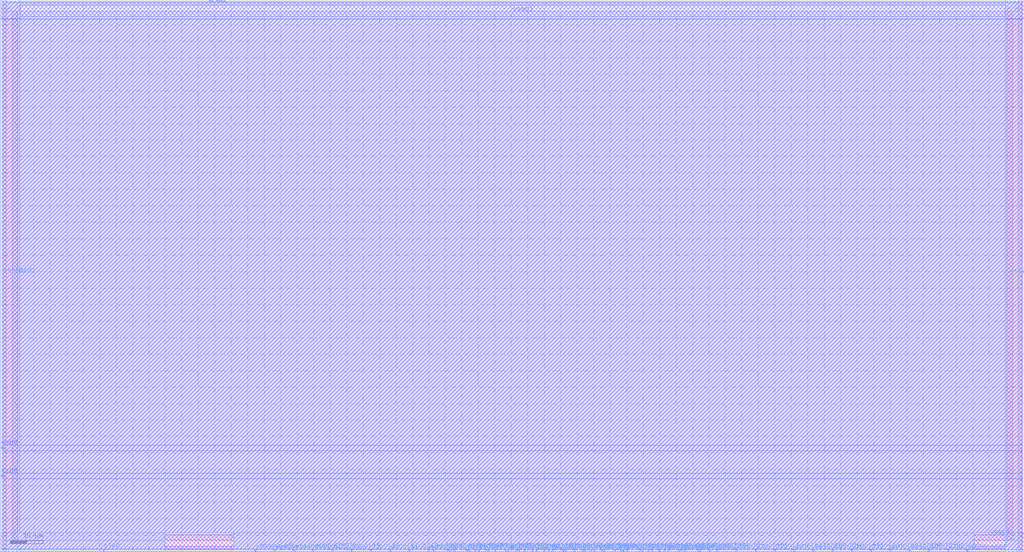
<source format=lef>
VERSION 5.7 ;
  NOWIREEXTENSIONATPIN ON ;
  DIVIDERCHAR "/" ;
  BUSBITCHARS "[]" ;
MACRO sky130_sram_128B_1rw_32x32
  CLASS BLOCK ;
  FOREIGN sky130_sram_128B_1rw_32x32 ;
  ORIGIN 0.000 0.000 ;
  SIZE 310.680 BY 167.570 ;
  SYMMETRY X Y R90 ;
  PIN din0[0]
    DIRECTION INPUT ;
    PORT
      LAYER met4 ;
        RECT 100.540 0.000 100.920 0.380 ;
    END
  END din0[0]
  PIN din0[1]
    DIRECTION INPUT ;
    PORT
      LAYER met4 ;
        RECT 106.380 0.000 106.760 0.380 ;
    END
  END din0[1]
  PIN din0[2]
    DIRECTION INPUT ;
    PORT
      LAYER met4 ;
        RECT 112.220 0.000 112.600 0.380 ;
    END
  END din0[2]
  PIN din0[3]
    DIRECTION INPUT ;
    PORT
      LAYER met4 ;
        RECT 118.060 0.000 118.440 0.380 ;
    END
  END din0[3]
  PIN din0[4]
    DIRECTION INPUT ;
    PORT
      LAYER met4 ;
        RECT 123.900 0.000 124.280 0.380 ;
    END
  END din0[4]
  PIN din0[5]
    DIRECTION INPUT ;
    PORT
      LAYER met4 ;
        RECT 129.740 0.000 130.120 0.380 ;
    END
  END din0[5]
  PIN din0[6]
    DIRECTION INPUT ;
    PORT
      LAYER met4 ;
        RECT 135.580 0.000 135.960 0.380 ;
    END
  END din0[6]
  PIN din0[7]
    DIRECTION INPUT ;
    PORT
      LAYER met4 ;
        RECT 141.420 0.000 141.800 0.380 ;
    END
  END din0[7]
  PIN din0[8]
    DIRECTION INPUT ;
    PORT
      LAYER met4 ;
        RECT 147.260 0.000 147.640 0.380 ;
    END
  END din0[8]
  PIN din0[9]
    DIRECTION INPUT ;
    PORT
      LAYER met4 ;
        RECT 153.100 0.000 153.480 0.380 ;
    END
  END din0[9]
  PIN din0[10]
    DIRECTION INPUT ;
    PORT
      LAYER met4 ;
        RECT 158.940 0.000 159.320 0.380 ;
    END
  END din0[10]
  PIN din0[11]
    DIRECTION INPUT ;
    PORT
      LAYER met4 ;
        RECT 164.780 0.000 165.160 0.380 ;
    END
  END din0[11]
  PIN din0[12]
    DIRECTION INPUT ;
    PORT
      LAYER met4 ;
        RECT 170.620 0.000 171.000 0.380 ;
    END
  END din0[12]
  PIN din0[13]
    DIRECTION INPUT ;
    PORT
      LAYER met4 ;
        RECT 176.460 0.000 176.840 0.380 ;
    END
  END din0[13]
  PIN din0[14]
    DIRECTION INPUT ;
    PORT
      LAYER met4 ;
        RECT 182.300 0.000 182.680 0.380 ;
    END
  END din0[14]
  PIN din0[15]
    DIRECTION INPUT ;
    PORT
      LAYER met4 ;
        RECT 188.140 0.000 188.520 0.380 ;
    END
  END din0[15]
  PIN din0[16]
    DIRECTION INPUT ;
    PORT
      LAYER met4 ;
        RECT 193.980 0.000 194.360 0.380 ;
    END
  END din0[16]
  PIN din0[17]
    DIRECTION INPUT ;
    PORT
      LAYER met4 ;
        RECT 199.820 0.000 200.200 0.380 ;
    END
  END din0[17]
  PIN din0[18]
    DIRECTION INPUT ;
    PORT
      LAYER met4 ;
        RECT 205.660 0.000 206.040 0.380 ;
    END
  END din0[18]
  PIN din0[19]
    DIRECTION INPUT ;
    PORT
      LAYER met4 ;
        RECT 211.500 0.000 211.880 0.380 ;
    END
  END din0[19]
  PIN din0[20]
    DIRECTION INPUT ;
    PORT
      LAYER met4 ;
        RECT 217.340 0.000 217.720 0.380 ;
    END
  END din0[20]
  PIN din0[21]
    DIRECTION INPUT ;
    PORT
      LAYER met4 ;
        RECT 223.180 0.000 223.560 0.380 ;
    END
  END din0[21]
  PIN din0[22]
    DIRECTION INPUT ;
    PORT
      LAYER met4 ;
        RECT 229.020 0.000 229.400 0.380 ;
    END
  END din0[22]
  PIN din0[23]
    DIRECTION INPUT ;
    PORT
      LAYER met4 ;
        RECT 234.860 0.000 235.240 0.380 ;
    END
  END din0[23]
  PIN din0[24]
    DIRECTION INPUT ;
    PORT
      LAYER met4 ;
        RECT 240.700 0.000 241.080 0.380 ;
    END
  END din0[24]
  PIN din0[25]
    DIRECTION INPUT ;
    PORT
      LAYER met4 ;
        RECT 246.540 0.000 246.920 0.380 ;
    END
  END din0[25]
  PIN din0[26]
    DIRECTION INPUT ;
    PORT
      LAYER met4 ;
        RECT 252.380 0.000 252.760 0.380 ;
    END
  END din0[26]
  PIN din0[27]
    DIRECTION INPUT ;
    PORT
      LAYER met4 ;
        RECT 258.220 0.000 258.600 0.380 ;
    END
  END din0[27]
  PIN din0[28]
    DIRECTION INPUT ;
    PORT
      LAYER met4 ;
        RECT 264.060 0.000 264.440 0.380 ;
    END
  END din0[28]
  PIN din0[29]
    DIRECTION INPUT ;
    PORT
      LAYER met4 ;
        RECT 269.900 0.000 270.280 0.380 ;
    END
  END din0[29]
  PIN din0[30]
    DIRECTION INPUT ;
    PORT
      LAYER met4 ;
        RECT 275.740 0.000 276.120 0.380 ;
    END
  END din0[30]
  PIN din0[31]
    DIRECTION INPUT ;
    PORT
      LAYER met4 ;
        RECT 281.580 0.000 281.960 0.380 ;
    END
  END din0[31]
  PIN din0[32]
    DIRECTION INPUT ;
    PORT
      LAYER met4 ;
        RECT 287.420 0.000 287.800 0.380 ;
    END
  END din0[32]
  PIN addr0[0]
    DIRECTION INPUT ;
    PORT
      LAYER met4 ;
        RECT 63.270 167.190 63.650 167.570 ;
    END
  END addr0[0]
  PIN addr0[1]
    DIRECTION INPUT ;
    PORT
      LAYER met4 ;
        RECT 67.625 167.190 68.005 167.570 ;
    END
  END addr0[1]
  PIN addr0[2]
    DIRECTION INPUT ;
    PORT
      LAYER met4 ;
        RECT 63.960 167.190 64.340 167.570 ;
    END
  END addr0[2]
  PIN addr0[3]
    DIRECTION INPUT ;
    PORT
      LAYER met4 ;
        RECT 66.935 167.190 67.315 167.570 ;
    END
  END addr0[3]
  PIN addr0[4]
    DIRECTION INPUT ;
    PORT
      LAYER met4 ;
        RECT 66.245 167.190 66.625 167.570 ;
    END
  END addr0[4]
  PIN addr0[5]
    DIRECTION INPUT ;
    PORT
      LAYER met4 ;
        RECT 65.500 167.190 65.880 167.570 ;
    END
  END addr0[5]
  PIN csb0
    DIRECTION INPUT ;
    PORT
      LAYER met3 ;
        RECT 0.000 22.830 0.380 23.210 ;
    END
  END csb0
  PIN web0
    DIRECTION INPUT ;
    PORT
      LAYER met3 ;
        RECT 0.000 31.330 0.380 31.710 ;
    END
  END web0
  PIN clk0
    DIRECTION INPUT ;
    PORT
      LAYER met4 ;
        RECT 31.100 0.000 31.480 0.380 ;
    END
  END clk0
  PIN wmask0[0]
    DIRECTION INPUT ;
    PORT
      LAYER met4 ;
        RECT 77.180 0.000 77.560 0.380 ;
    END
  END wmask0[0]
  PIN wmask0[1]
    DIRECTION INPUT ;
    PORT
      LAYER met4 ;
        RECT 83.020 0.000 83.400 0.380 ;
    END
  END wmask0[1]
  PIN wmask0[2]
    DIRECTION INPUT ;
    PORT
      LAYER met4 ;
        RECT 88.860 0.000 89.240 0.380 ;
    END
  END wmask0[2]
  PIN wmask0[3]
    DIRECTION INPUT ;
    PORT
      LAYER met4 ;
        RECT 94.700 0.000 95.080 0.380 ;
    END
  END wmask0[3]
  PIN spare_wen0
    DIRECTION INPUT ;
    PORT
      LAYER met4 ;
        RECT 293.260 0.000 293.640 0.380 ;
    END
  END spare_wen0
  PIN dout0[0]
    DIRECTION OUTPUT ;
    PORT
      LAYER met4 ;
        RECT 131.225 0.000 131.605 0.380 ;
    END
  END dout0[0]
  PIN dout0[1]
    DIRECTION OUTPUT ;
    PORT
      LAYER met4 ;
        RECT 136.340 0.000 136.720 0.380 ;
    END
  END dout0[1]
  PIN dout0[2]
    DIRECTION OUTPUT ;
    PORT
      LAYER met4 ;
        RECT 137.490 0.000 137.870 0.380 ;
    END
  END dout0[2]
  PIN dout0[3]
    DIRECTION OUTPUT ;
    PORT
      LAYER met4 ;
        RECT 142.110 0.000 142.490 0.380 ;
    END
  END dout0[3]
  PIN dout0[4]
    DIRECTION OUTPUT ;
    PORT
      LAYER met4 ;
        RECT 143.870 0.000 144.250 0.380 ;
    END
  END dout0[4]
  PIN dout0[5]
    DIRECTION OUTPUT ;
    PORT
      LAYER met4 ;
        RECT 144.960 0.000 145.340 0.380 ;
    END
  END dout0[5]
  PIN dout0[6]
    DIRECTION OUTPUT ;
    PORT
      LAYER met4 ;
        RECT 147.950 0.000 148.330 0.380 ;
    END
  END dout0[6]
  PIN dout0[7]
    DIRECTION OUTPUT ;
    PORT
      LAYER met4 ;
        RECT 149.960 0.000 150.340 0.380 ;
    END
  END dout0[7]
  PIN dout0[8]
    DIRECTION OUTPUT ;
    PORT
      LAYER met4 ;
        RECT 153.870 0.000 154.250 0.380 ;
    END
  END dout0[8]
  PIN dout0[9]
    DIRECTION OUTPUT ;
    PORT
      LAYER met4 ;
        RECT 156.340 0.000 156.720 0.380 ;
    END
  END dout0[9]
  PIN dout0[10]
    DIRECTION OUTPUT ;
    PORT
      LAYER met4 ;
        RECT 157.135 0.000 157.515 0.380 ;
    END
  END dout0[10]
  PIN dout0[11]
    DIRECTION OUTPUT ;
    PORT
      LAYER met4 ;
        RECT 161.340 0.000 161.720 0.380 ;
    END
  END dout0[11]
  PIN dout0[12]
    DIRECTION OUTPUT ;
    PORT
      LAYER met4 ;
        RECT 162.490 0.000 162.870 0.380 ;
    END
  END dout0[12]
  PIN dout0[13]
    DIRECTION OUTPUT ;
    PORT
      LAYER met4 ;
        RECT 166.340 0.000 166.720 0.380 ;
    END
  END dout0[13]
  PIN dout0[14]
    DIRECTION OUTPUT ;
    PORT
      LAYER met4 ;
        RECT 167.490 0.000 167.870 0.380 ;
    END
  END dout0[14]
  PIN dout0[15]
    DIRECTION OUTPUT ;
    PORT
      LAYER met4 ;
        RECT 171.310 0.000 171.690 0.380 ;
    END
  END dout0[15]
  PIN dout0[16]
    DIRECTION OUTPUT ;
    PORT
      LAYER met4 ;
        RECT 173.870 0.000 174.250 0.380 ;
    END
  END dout0[16]
  PIN dout0[17]
    DIRECTION OUTPUT ;
    PORT
      LAYER met4 ;
        RECT 177.150 0.000 177.530 0.380 ;
    END
  END dout0[17]
  PIN dout0[18]
    DIRECTION OUTPUT ;
    PORT
      LAYER met4 ;
        RECT 178.870 0.000 179.250 0.380 ;
    END
  END dout0[18]
  PIN dout0[19]
    DIRECTION OUTPUT ;
    PORT
      LAYER met4 ;
        RECT 179.960 0.000 180.340 0.380 ;
    END
  END dout0[19]
  PIN dout0[20]
    DIRECTION OUTPUT ;
    PORT
      LAYER met4 ;
        RECT 182.990 0.000 183.370 0.380 ;
    END
  END dout0[20]
  PIN dout0[21]
    DIRECTION OUTPUT ;
    PORT
      LAYER met4 ;
        RECT 186.280 0.000 186.660 0.380 ;
    END
  END dout0[21]
  PIN dout0[22]
    DIRECTION OUTPUT ;
    PORT
      LAYER met4 ;
        RECT 188.870 0.000 189.250 0.380 ;
    END
  END dout0[22]
  PIN dout0[23]
    DIRECTION OUTPUT ;
    PORT
      LAYER met4 ;
        RECT 189.960 0.000 190.340 0.380 ;
    END
  END dout0[23]
  PIN dout0[24]
    DIRECTION OUTPUT ;
    PORT
      LAYER met4 ;
        RECT 194.670 0.000 195.050 0.380 ;
    END
  END dout0[24]
  PIN dout0[25]
    DIRECTION OUTPUT ;
    PORT
      LAYER met4 ;
        RECT 196.340 0.000 196.720 0.380 ;
    END
  END dout0[25]
  PIN dout0[26]
    DIRECTION OUTPUT ;
    PORT
      LAYER met4 ;
        RECT 197.490 0.000 197.870 0.380 ;
    END
  END dout0[26]
  PIN dout0[27]
    DIRECTION OUTPUT ;
    PORT
      LAYER met4 ;
        RECT 201.340 0.000 201.720 0.380 ;
    END
  END dout0[27]
  PIN dout0[28]
    DIRECTION OUTPUT ;
    PORT
      LAYER met4 ;
        RECT 202.490 0.000 202.870 0.380 ;
    END
  END dout0[28]
  PIN dout0[29]
    DIRECTION OUTPUT ;
    PORT
      LAYER met4 ;
        RECT 206.350 0.000 206.730 0.380 ;
    END
  END dout0[29]
  PIN dout0[30]
    DIRECTION OUTPUT ;
    PORT
      LAYER met4 ;
        RECT 207.490 0.000 207.870 0.380 ;
    END
  END dout0[30]
  PIN dout0[31]
    DIRECTION OUTPUT ;
    PORT
      LAYER met4 ;
        RECT 212.190 0.000 212.570 0.380 ;
    END
  END dout0[31]
  PIN dout0[32]
    DIRECTION OUTPUT ;
    PORT
      LAYER met4 ;
        RECT 215.035 0.000 215.415 0.380 ;
    END
  END dout0[32]
  PIN vccd1
    DIRECTION INOUT ;
    USE POWER ;
    SHAPE ABUTMENT ;
    PORT
      LAYER met4 ;
        RECT 0.000 0.000 1.740 167.570 ;
    END
    PORT
      LAYER met3 ;
        RECT 49.730 0.980 70.760 1.740 ;
        RECT 295.450 0.980 304.860 1.740 ;
        RECT 49.730 0.960 304.860 0.980 ;
        RECT 5.830 0.000 304.860 0.960 ;
    END
    PORT
      LAYER met4 ;
        RECT 308.940 0.000 310.680 167.570 ;
    END
    PORT
      LAYER met3 ;
        RECT 5.860 165.830 304.860 167.570 ;
    END
  END vccd1
  PIN vssd1
    DIRECTION INOUT ;
    USE GROUND ;
    SHAPE ABUTMENT ;
    PORT
      LAYER met3 ;
        RECT 5.860 162.350 304.860 164.090 ;
    END
    PORT
      LAYER met3 ;
        RECT 49.730 3.480 70.760 5.220 ;
        RECT 295.450 3.480 304.860 5.220 ;
    END
    PORT
      LAYER met4 ;
        RECT 305.460 3.480 307.200 164.090 ;
    END
    PORT
      LAYER met4 ;
        RECT 3.480 3.480 5.220 164.090 ;
    END
  END vssd1
  OBS
      LAYER met1 ;
        RECT 0.620 0.620 310.060 166.950 ;
      LAYER met2 ;
        RECT 0.620 0.620 310.060 166.950 ;
      LAYER met3 ;
        RECT 0.000 161.750 5.860 167.570 ;
        RECT 304.860 161.750 310.680 167.570 ;
        RECT 0.000 161.670 310.060 161.750 ;
        RECT 0.620 32.310 310.060 161.670 ;
        RECT 0.980 30.730 310.060 32.310 ;
        RECT 0.620 23.810 310.060 30.730 ;
        RECT 0.980 22.230 310.060 23.810 ;
        RECT 0.620 5.830 310.060 22.230 ;
        RECT 0.000 5.820 310.060 5.830 ;
        RECT 0.000 0.960 49.730 5.820 ;
        RECT 70.760 0.980 295.450 5.820 ;
        RECT 0.000 0.000 5.830 0.960 ;
        RECT 304.860 0.000 310.680 5.820 ;
      LAYER met4 ;
        RECT 1.740 166.950 5.860 167.570 ;
        RECT 304.860 166.950 308.940 167.570 ;
        RECT 1.740 166.590 62.670 166.950 ;
        RECT 68.605 166.590 308.940 166.950 ;
        RECT 1.740 164.090 308.940 166.590 ;
        RECT 1.740 161.670 3.480 164.090 ;
        RECT 5.220 161.750 305.460 164.090 ;
        RECT 307.200 161.750 308.940 164.090 ;
        RECT 5.220 161.670 304.860 161.750 ;
        RECT 5.830 5.830 304.860 161.670 ;
        RECT 1.740 3.480 3.480 5.830 ;
        RECT 5.220 5.820 304.860 5.830 ;
        RECT 5.220 3.480 49.730 5.820 ;
        RECT 1.740 0.980 49.730 3.480 ;
        RECT 1.740 0.620 30.500 0.980 ;
        RECT 32.080 0.620 49.730 0.980 ;
        RECT 70.790 0.980 295.450 5.820 ;
        RECT 70.790 0.620 76.580 0.980 ;
        RECT 78.160 0.620 82.420 0.980 ;
        RECT 84.000 0.620 88.260 0.980 ;
        RECT 89.840 0.620 94.100 0.980 ;
        RECT 95.680 0.620 99.940 0.980 ;
        RECT 101.520 0.620 105.780 0.980 ;
        RECT 107.360 0.620 111.620 0.980 ;
        RECT 113.200 0.620 117.460 0.980 ;
        RECT 119.040 0.620 123.300 0.980 ;
        RECT 124.880 0.620 129.140 0.980 ;
        RECT 132.205 0.620 134.980 0.980 ;
        RECT 138.470 0.620 140.820 0.980 ;
        RECT 143.090 0.620 143.270 0.980 ;
        RECT 145.940 0.620 146.660 0.980 ;
        RECT 148.930 0.620 149.360 0.980 ;
        RECT 150.940 0.620 152.500 0.980 ;
        RECT 154.850 0.620 155.740 0.980 ;
        RECT 158.115 0.620 158.340 0.980 ;
        RECT 159.920 0.620 160.740 0.980 ;
        RECT 163.470 0.620 164.180 0.980 ;
        RECT 168.470 0.620 170.020 0.980 ;
        RECT 172.290 0.620 173.270 0.980 ;
        RECT 174.850 0.620 175.860 0.980 ;
        RECT 178.130 0.620 178.270 0.980 ;
        RECT 180.940 0.620 181.700 0.980 ;
        RECT 183.970 0.620 185.680 0.980 ;
        RECT 187.260 0.620 187.540 0.980 ;
        RECT 190.940 0.620 193.380 0.980 ;
        RECT 195.650 0.620 195.740 0.980 ;
        RECT 198.470 0.620 199.220 0.980 ;
        RECT 203.470 0.620 205.060 0.980 ;
        RECT 208.470 0.620 210.900 0.980 ;
        RECT 213.170 0.620 214.435 0.980 ;
        RECT 216.015 0.620 216.740 0.980 ;
        RECT 218.320 0.620 222.580 0.980 ;
        RECT 224.160 0.620 228.420 0.980 ;
        RECT 230.000 0.620 234.260 0.980 ;
        RECT 235.840 0.620 240.100 0.980 ;
        RECT 241.680 0.620 245.940 0.980 ;
        RECT 247.520 0.620 251.780 0.980 ;
        RECT 253.360 0.620 257.620 0.980 ;
        RECT 259.200 0.620 263.460 0.980 ;
        RECT 265.040 0.620 269.300 0.980 ;
        RECT 270.880 0.620 275.140 0.980 ;
        RECT 276.720 0.620 280.980 0.980 ;
        RECT 282.560 0.620 286.820 0.980 ;
        RECT 288.400 0.620 292.660 0.980 ;
        RECT 294.240 0.620 295.450 0.980 ;
        RECT 304.860 3.480 305.460 5.820 ;
        RECT 307.200 3.480 308.940 5.820 ;
        RECT 1.740 0.000 5.830 0.620 ;
        RECT 34.010 0.610 49.730 0.620 ;
        RECT 304.860 0.000 308.940 3.480 ;
  END
END sky130_sram_128B_1rw_32x32
END LIBRARY


</source>
